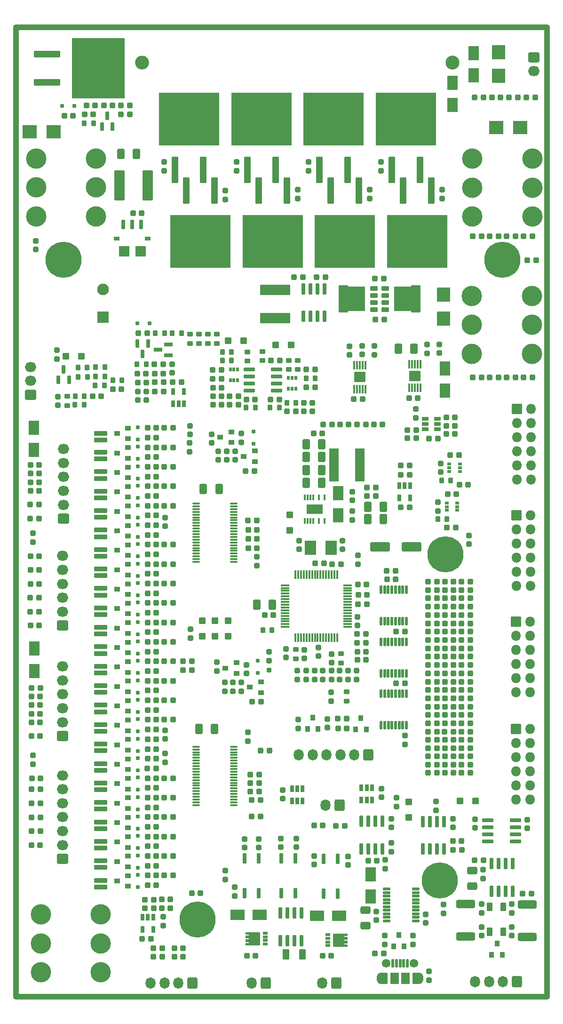
<source format=gbr>
G04 #@! TF.GenerationSoftware,KiCad,Pcbnew,(6.0.4)*
G04 #@! TF.CreationDate,2022-11-09T23:51:20-08:00*
G04 #@! TF.ProjectId,BMS_02,424d535f-3032-42e6-9b69-6361645f7063,rev?*
G04 #@! TF.SameCoordinates,Original*
G04 #@! TF.FileFunction,Soldermask,Top*
G04 #@! TF.FilePolarity,Negative*
%FSLAX46Y46*%
G04 Gerber Fmt 4.6, Leading zero omitted, Abs format (unit mm)*
G04 Created by KiCad (PCBNEW (6.0.4)) date 2022-11-09 23:51:20*
%MOMM*%
%LPD*%
G01*
G04 APERTURE LIST*
G04 Aperture macros list*
%AMRoundRect*
0 Rectangle with rounded corners*
0 $1 Rounding radius*
0 $2 $3 $4 $5 $6 $7 $8 $9 X,Y pos of 4 corners*
0 Add a 4 corners polygon primitive as box body*
4,1,4,$2,$3,$4,$5,$6,$7,$8,$9,$2,$3,0*
0 Add four circle primitives for the rounded corners*
1,1,$1+$1,$2,$3*
1,1,$1+$1,$4,$5*
1,1,$1+$1,$6,$7*
1,1,$1+$1,$8,$9*
0 Add four rect primitives between the rounded corners*
20,1,$1+$1,$2,$3,$4,$5,0*
20,1,$1+$1,$4,$5,$6,$7,0*
20,1,$1+$1,$6,$7,$8,$9,0*
20,1,$1+$1,$8,$9,$2,$3,0*%
%AMFreePoly0*
4,1,21,3.024497,2.399497,3.045000,2.350000,3.045000,-2.350000,3.024497,-2.399497,2.975000,-2.420000,1.425000,-2.420000,1.375503,-2.399497,1.355000,-2.350000,1.355000,-2.170000,-1.650000,-2.170000,-1.699497,-2.149497,-1.720000,-2.100000,-1.720000,2.100000,-1.699497,2.149497,-1.650000,2.170000,1.355000,2.170000,1.355000,2.350000,1.375503,2.399497,1.425000,2.420000,2.975000,2.420000,
3.024497,2.399497,3.024497,2.399497,$1*%
%AMFreePoly1*
4,1,43,1.580355,1.210355,1.595000,1.175000,1.595000,0.775000,1.580355,0.739645,1.545000,0.725000,0.975000,0.725000,0.975000,0.575000,1.545000,0.575000,1.580355,0.560355,1.595000,0.525000,1.595000,0.125000,1.580355,0.089645,1.545000,0.075000,0.975000,0.075000,0.975000,-0.075000,1.545000,-0.075000,1.580355,-0.089645,1.595000,-0.125000,1.595000,-0.525000,1.580355,-0.560355,
1.545000,-0.575000,0.975000,-0.575000,0.975000,-0.725000,1.545000,-0.725000,1.580355,-0.739645,1.595000,-0.775000,1.595000,-1.175000,1.580355,-1.210355,1.545000,-1.225000,0.925000,-1.225000,0.889645,-1.210355,0.875000,-1.175000,-0.925000,-1.175000,-0.960355,-1.160355,-0.975000,-1.125000,-0.975000,1.125000,-0.960355,1.160355,-0.925000,1.175000,0.875000,1.175000,0.889645,1.210355,
0.925000,1.225000,1.545000,1.225000,1.580355,1.210355,1.580355,1.210355,$1*%
G04 Aperture macros list end*
%ADD10C,1.000000*%
%ADD11RoundRect,0.050000X-1.100000X0.350000X-1.100000X-0.350000X1.100000X-0.350000X1.100000X0.350000X0*%
%ADD12RoundRect,0.050000X0.400000X-0.450000X0.400000X0.450000X-0.400000X0.450000X-0.400000X-0.450000X0*%
%ADD13RoundRect,0.050000X-0.800000X-2.950000X0.800000X-2.950000X0.800000X2.950000X-0.800000X2.950000X0*%
%ADD14RoundRect,0.050000X0.600000X0.200000X-0.600000X0.200000X-0.600000X-0.200000X0.600000X-0.200000X0*%
%ADD15RoundRect,0.268750X0.218750X0.256250X-0.218750X0.256250X-0.218750X-0.256250X0.218750X-0.256250X0*%
%ADD16RoundRect,0.268750X-0.218750X-0.256250X0.218750X-0.256250X0.218750X0.256250X-0.218750X0.256250X0*%
%ADD17RoundRect,0.268750X-0.256250X0.218750X-0.256250X-0.218750X0.256250X-0.218750X0.256250X0.218750X0*%
%ADD18RoundRect,0.300000X-0.375000X-0.625000X0.375000X-0.625000X0.375000X0.625000X-0.375000X0.625000X0*%
%ADD19RoundRect,0.300000X0.375000X0.625000X-0.375000X0.625000X-0.375000X-0.625000X0.375000X-0.625000X0*%
%ADD20RoundRect,0.268750X0.256250X-0.218750X0.256250X0.218750X-0.256250X0.218750X-0.256250X-0.218750X0*%
%ADD21RoundRect,0.300000X-0.625000X0.375000X-0.625000X-0.375000X0.625000X-0.375000X0.625000X0.375000X0*%
%ADD22RoundRect,0.275000X-0.225000X-0.250000X0.225000X-0.250000X0.225000X0.250000X-0.225000X0.250000X0*%
%ADD23RoundRect,0.050000X0.550000X-0.550000X0.550000X0.550000X-0.550000X0.550000X-0.550000X-0.550000X0*%
%ADD24RoundRect,0.050000X-0.250000X0.250000X-0.250000X-0.250000X0.250000X-0.250000X0.250000X0.250000X0*%
%ADD25RoundRect,0.050000X0.450000X0.400000X-0.450000X0.400000X-0.450000X-0.400000X0.450000X-0.400000X0*%
%ADD26RoundRect,0.300000X-1.425000X0.425000X-1.425000X-0.425000X1.425000X-0.425000X1.425000X0.425000X0*%
%ADD27RoundRect,0.300000X1.425000X-0.425000X1.425000X0.425000X-1.425000X0.425000X-1.425000X-0.425000X0*%
%ADD28RoundRect,0.050000X-0.152500X0.444500X-0.152500X-0.444500X0.152500X-0.444500X0.152500X0.444500X0*%
%ADD29RoundRect,0.050000X-1.422500X0.825500X-1.422500X-0.825500X1.422500X-0.825500X1.422500X0.825500X0*%
%ADD30RoundRect,0.050000X-0.625000X-0.125000X0.625000X-0.125000X0.625000X0.125000X-0.625000X0.125000X0*%
%ADD31RoundRect,0.200000X-0.150000X0.825000X-0.150000X-0.825000X0.150000X-0.825000X0.150000X0.825000X0*%
%ADD32RoundRect,0.050000X-0.530000X-0.325000X0.530000X-0.325000X0.530000X0.325000X-0.530000X0.325000X0*%
%ADD33RoundRect,0.050000X-1.000000X-1.200000X1.000000X-1.200000X1.000000X1.200000X-1.000000X1.200000X0*%
%ADD34RoundRect,0.050000X-0.200000X-0.675000X0.200000X-0.675000X0.200000X0.675000X-0.200000X0.675000X0*%
%ADD35C,1.550000*%
%ADD36RoundRect,0.050000X-0.750000X-0.950000X0.750000X-0.950000X0.750000X0.950000X-0.750000X0.950000X0*%
%ADD37RoundRect,0.050000X-0.600000X-0.950000X0.600000X-0.950000X0.600000X0.950000X-0.600000X0.950000X0*%
%ADD38O,1.300000X2.000000*%
%ADD39RoundRect,0.050000X-0.325000X0.530000X-0.325000X-0.530000X0.325000X-0.530000X0.325000X0.530000X0*%
%ADD40RoundRect,0.250000X0.275000X-0.200000X0.275000X0.200000X-0.275000X0.200000X-0.275000X-0.200000X0*%
%ADD41RoundRect,0.050000X-2.300000X-0.550000X2.300000X-0.550000X2.300000X0.550000X-2.300000X0.550000X0*%
%ADD42RoundRect,0.050000X-4.700000X-5.400000X4.700000X-5.400000X4.700000X5.400000X-4.700000X5.400000X0*%
%ADD43RoundRect,0.050000X0.325000X-0.530000X0.325000X0.530000X-0.325000X0.530000X-0.325000X-0.530000X0*%
%ADD44RoundRect,0.200000X-0.825000X-0.150000X0.825000X-0.150000X0.825000X0.150000X-0.825000X0.150000X0*%
%ADD45RoundRect,0.125000X0.075000X-0.650000X0.075000X0.650000X-0.075000X0.650000X-0.075000X-0.650000X0*%
%ADD46RoundRect,0.050000X0.940000X-0.840000X0.940000X0.840000X-0.940000X0.840000X-0.940000X-0.840000X0*%
%ADD47RoundRect,0.200000X-0.150000X0.750000X-0.150000X-0.750000X0.150000X-0.750000X0.150000X0.750000X0*%
%ADD48RoundRect,0.070000X0.575000X-0.350000X0.575000X0.350000X-0.575000X0.350000X-0.575000X-0.350000X0*%
%ADD49FreePoly0,180.000000*%
%ADD50RoundRect,0.070000X-0.575000X0.350000X-0.575000X-0.350000X0.575000X-0.350000X0.575000X0.350000X0*%
%ADD51FreePoly0,0.000000*%
%ADD52RoundRect,0.050000X-1.150000X1.250000X-1.150000X-1.250000X1.150000X-1.250000X1.150000X1.250000X0*%
%ADD53RoundRect,0.050000X-1.250000X-1.150000X1.250000X-1.150000X1.250000X1.150000X-1.250000X1.150000X0*%
%ADD54RoundRect,0.050000X1.250000X1.150000X-1.250000X1.150000X-1.250000X-1.150000X1.250000X-1.150000X0*%
%ADD55RoundRect,0.050000X1.150000X-1.250000X1.150000X1.250000X-1.150000X1.250000X-1.150000X-1.250000X0*%
%ADD56RoundRect,0.050000X-0.550000X-0.550000X0.550000X-0.550000X0.550000X0.550000X-0.550000X0.550000X0*%
%ADD57RoundRect,0.050000X-0.900000X1.250000X-0.900000X-1.250000X0.900000X-1.250000X0.900000X1.250000X0*%
%ADD58RoundRect,0.050000X-0.250000X-0.250000X0.250000X-0.250000X0.250000X0.250000X-0.250000X0.250000X0*%
%ADD59C,2.500000*%
%ADD60O,2.500000X2.500000*%
%ADD61C,3.670000*%
%ADD62RoundRect,0.050000X-0.450000X0.675000X-0.450000X-0.675000X0.450000X-0.675000X0.450000X0.675000X0*%
%ADD63RoundRect,0.200000X0.150000X-0.750000X0.150000X0.750000X-0.150000X0.750000X-0.150000X-0.750000X0*%
%ADD64RoundRect,0.300000X0.725000X-0.600000X0.725000X0.600000X-0.725000X0.600000X-0.725000X-0.600000X0*%
%ADD65O,2.050000X1.800000*%
%ADD66RoundRect,0.300000X0.600000X0.725000X-0.600000X0.725000X-0.600000X-0.725000X0.600000X-0.725000X0*%
%ADD67O,1.800000X2.050000*%
%ADD68RoundRect,0.300000X0.600000X0.750000X-0.600000X0.750000X-0.600000X-0.750000X0.600000X-0.750000X0*%
%ADD69O,1.800000X2.100000*%
%ADD70RoundRect,0.300000X-0.750000X0.600000X-0.750000X-0.600000X0.750000X-0.600000X0.750000X0.600000X0*%
%ADD71O,2.100000X1.800000*%
%ADD72RoundRect,0.050000X-1.250000X-0.900000X1.250000X-0.900000X1.250000X0.900000X-1.250000X0.900000X0*%
%ADD73RoundRect,0.050000X-0.850000X-0.850000X0.850000X-0.850000X0.850000X0.850000X-0.850000X0.850000X0*%
%ADD74O,1.800000X1.800000*%
%ADD75RoundRect,0.050000X0.325000X0.200000X-0.325000X0.200000X-0.325000X-0.200000X0.325000X-0.200000X0*%
%ADD76RoundRect,0.050000X-0.200000X0.325000X-0.200000X-0.325000X0.200000X-0.325000X0.200000X0.325000X0*%
%ADD77RoundRect,0.050000X0.550000X0.550000X-0.550000X0.550000X-0.550000X-0.550000X0.550000X-0.550000X0*%
%ADD78RoundRect,0.275000X0.250000X-0.225000X0.250000X0.225000X-0.250000X0.225000X-0.250000X-0.225000X0*%
%ADD79C,0.900000*%
%ADD80C,6.500000*%
%ADD81RoundRect,0.050000X-0.415000X-0.200000X0.415000X-0.200000X0.415000X0.200000X-0.415000X0.200000X0*%
%ADD82FreePoly1,0.000000*%
%ADD83RoundRect,0.050000X0.415000X0.200000X-0.415000X0.200000X-0.415000X-0.200000X0.415000X-0.200000X0*%
%ADD84FreePoly1,180.000000*%
%ADD85RoundRect,0.050000X-0.550000X2.300000X-0.550000X-2.300000X0.550000X-2.300000X0.550000X2.300000X0*%
%ADD86RoundRect,0.050000X-5.400000X4.700000X-5.400000X-4.700000X5.400000X-4.700000X5.400000X4.700000X0*%
%ADD87RoundRect,0.050000X0.550000X-2.300000X0.550000X2.300000X-0.550000X2.300000X-0.550000X-2.300000X0*%
%ADD88RoundRect,0.050000X5.400000X-4.700000X5.400000X4.700000X-5.400000X4.700000X-5.400000X-4.700000X0*%
%ADD89RoundRect,0.125000X0.075000X-0.662500X0.075000X0.662500X-0.075000X0.662500X-0.075000X-0.662500X0*%
%ADD90RoundRect,0.125000X0.662500X-0.075000X0.662500X0.075000X-0.662500X0.075000X-0.662500X-0.075000X0*%
%ADD91RoundRect,0.150000X-0.100000X0.637500X-0.100000X-0.637500X0.100000X-0.637500X0.100000X0.637500X0*%
%ADD92RoundRect,0.050000X-0.375000X-0.375000X0.375000X-0.375000X0.375000X0.375000X-0.375000X0.375000X0*%
%ADD93RoundRect,0.275000X-0.250000X0.225000X-0.250000X-0.225000X0.250000X-0.225000X0.250000X0.225000X0*%
%ADD94RoundRect,0.250000X-0.200000X-0.275000X0.200000X-0.275000X0.200000X0.275000X-0.200000X0.275000X0*%
%ADD95RoundRect,0.275000X0.225000X0.250000X-0.225000X0.250000X-0.225000X-0.250000X0.225000X-0.250000X0*%
%ADD96RoundRect,0.250000X-0.275000X0.200000X-0.275000X-0.200000X0.275000X-0.200000X0.275000X0.200000X0*%
%ADD97RoundRect,0.050000X1.000000X-1.000000X1.000000X1.000000X-1.000000X1.000000X-1.000000X-1.000000X0*%
%ADD98C,2.100000*%
%ADD99RoundRect,0.200000X0.587500X0.150000X-0.587500X0.150000X-0.587500X-0.150000X0.587500X-0.150000X0*%
%ADD100RoundRect,0.250000X0.200000X0.275000X-0.200000X0.275000X-0.200000X-0.275000X0.200000X-0.275000X0*%
%ADD101RoundRect,0.050000X0.900000X-1.250000X0.900000X1.250000X-0.900000X1.250000X-0.900000X-1.250000X0*%
%ADD102RoundRect,0.300000X-1.500000X-0.550000X1.500000X-0.550000X1.500000X0.550000X-1.500000X0.550000X0*%
%ADD103RoundRect,0.300000X-0.650000X-2.450000X0.650000X-2.450000X0.650000X2.450000X-0.650000X2.450000X0*%
%ADD104RoundRect,0.200000X-0.150000X0.587500X-0.150000X-0.587500X0.150000X-0.587500X0.150000X0.587500X0*%
%ADD105RoundRect,0.200000X0.150000X-0.825000X0.150000X0.825000X-0.150000X0.825000X-0.150000X-0.825000X0*%
%ADD106RoundRect,0.300000X2.450000X-0.650000X2.450000X0.650000X-2.450000X0.650000X-2.450000X-0.650000X0*%
%ADD107RoundRect,0.200000X0.150000X-0.587500X0.150000X0.587500X-0.150000X0.587500X-0.150000X-0.587500X0*%
%ADD108RoundRect,0.300000X0.325000X0.650000X-0.325000X0.650000X-0.325000X-0.650000X0.325000X-0.650000X0*%
%ADD109RoundRect,0.050000X-0.250000X0.800000X-0.250000X-0.800000X0.250000X-0.800000X0.250000X0.800000X0*%
%ADD110RoundRect,0.050000X-0.450000X0.300000X-0.450000X-0.300000X0.450000X-0.300000X0.450000X0.300000X0*%
%ADD111RoundRect,0.050000X-0.900000X0.850000X-0.900000X-0.850000X0.900000X-0.850000X0.900000X0.850000X0*%
G04 APERTURE END LIST*
D10*
X22850000Y-188900000D02*
X118425000Y-188900000D01*
X118425000Y-14425000D02*
X118425000Y-188900000D01*
X118425000Y-14425000D02*
X22850000Y-14425000D01*
X22850000Y-14425000D02*
X22850000Y-188900000D01*
D11*
X38025000Y-157425000D03*
X38025000Y-158625000D03*
X38025000Y-164425000D03*
X38025000Y-165625000D03*
X38025000Y-167925000D03*
X38025000Y-169125000D03*
X38025000Y-153925000D03*
X38025000Y-155125000D03*
X38025000Y-150425000D03*
X38025000Y-151625000D03*
X38025000Y-146925000D03*
X38025000Y-148125000D03*
X38025000Y-143425000D03*
X38025000Y-144625000D03*
X38025000Y-139925000D03*
X38025000Y-141125000D03*
X38025000Y-136425000D03*
X38025000Y-137625000D03*
X38025000Y-132925000D03*
X38025000Y-134125000D03*
X38025000Y-115425000D03*
X38025000Y-116625000D03*
X38025000Y-118925000D03*
X38025000Y-120125000D03*
X38025000Y-122425000D03*
X38025000Y-123625000D03*
X38025000Y-111925000D03*
X38025000Y-113125000D03*
X38025000Y-108425000D03*
X38025000Y-109625000D03*
X38025000Y-104925000D03*
X38025000Y-106125000D03*
X38025000Y-101425000D03*
X38025000Y-102625000D03*
X38025000Y-97925000D03*
X38025000Y-99125000D03*
X38025000Y-94425000D03*
X38025000Y-95625000D03*
X38025000Y-90925000D03*
X38025000Y-92125000D03*
X38025000Y-129425000D03*
X38025000Y-130625000D03*
X38025000Y-125925000D03*
X38025000Y-127125000D03*
D12*
X91725000Y-177800000D03*
X90775000Y-179800000D03*
X92675000Y-179800000D03*
D13*
X80025000Y-93200000D03*
X84725000Y-93200000D03*
D11*
X38025000Y-160925000D03*
X38025000Y-162125000D03*
D14*
X94750000Y-175232500D03*
X94750000Y-174597500D03*
X94750000Y-173962500D03*
X94750000Y-173327500D03*
X94750000Y-172692500D03*
X94750000Y-172057500D03*
X94750000Y-171422500D03*
X94750000Y-170787500D03*
X94750000Y-170152500D03*
X94750000Y-169517500D03*
X89550000Y-169517500D03*
X89550000Y-170152500D03*
X89550000Y-170787500D03*
X89550000Y-171422500D03*
X89550000Y-172057500D03*
X89550000Y-172692500D03*
X89550000Y-173327500D03*
X89550000Y-173962500D03*
X89550000Y-174597500D03*
X89550000Y-175232500D03*
D15*
X69137500Y-120250000D03*
X67562500Y-120250000D03*
X85787500Y-125225000D03*
X84212500Y-125225000D03*
D16*
X84362500Y-118275000D03*
X85937500Y-118275000D03*
D17*
X73775000Y-106812500D03*
X73775000Y-108387500D03*
D18*
X41675000Y-37225000D03*
X44475000Y-37225000D03*
D19*
X77875000Y-91800000D03*
X75075000Y-91800000D03*
X77875000Y-96400000D03*
X75075000Y-96400000D03*
X77875000Y-89500000D03*
X75075000Y-89500000D03*
D16*
X65012500Y-151975000D03*
X66587500Y-151975000D03*
D19*
X88975000Y-102975000D03*
X86175000Y-102975000D03*
X88975000Y-100700000D03*
X86175000Y-100700000D03*
D16*
X65012500Y-150450000D03*
X66587500Y-150450000D03*
X65012500Y-148900000D03*
X66587500Y-148900000D03*
X49487500Y-156550000D03*
X51062500Y-156550000D03*
X49487500Y-160050000D03*
X51062500Y-160050000D03*
X49487500Y-163550000D03*
X51062500Y-163550000D03*
X49487500Y-167050000D03*
X51062500Y-167050000D03*
X49487500Y-153050000D03*
X51062500Y-153050000D03*
X49487500Y-149550000D03*
X51062500Y-149550000D03*
D20*
X49650000Y-146712500D03*
X49650000Y-145137500D03*
X49625000Y-142512500D03*
X49625000Y-140937500D03*
D16*
X49487500Y-139050000D03*
X51062500Y-139050000D03*
X49487500Y-135550000D03*
X51062500Y-135550000D03*
X49487500Y-132050000D03*
X51062500Y-132050000D03*
X49487500Y-128550000D03*
X51062500Y-128550000D03*
D17*
X44731250Y-79962500D03*
X44731250Y-81537500D03*
D16*
X49487500Y-114550000D03*
X51062500Y-114550000D03*
X49487500Y-118050000D03*
X51062500Y-118050000D03*
X49487500Y-121550000D03*
X51062500Y-121550000D03*
X49487500Y-125050000D03*
X51062500Y-125050000D03*
X49487500Y-111050000D03*
X51062500Y-111050000D03*
X49487500Y-107550000D03*
X51062500Y-107550000D03*
D20*
X49620000Y-104247500D03*
X49620000Y-102672500D03*
D16*
X49487500Y-100550000D03*
X51062500Y-100550000D03*
X49487500Y-97050000D03*
X51062500Y-97050000D03*
X49487500Y-93550000D03*
X51062500Y-93550000D03*
X49487500Y-90050000D03*
X51062500Y-90050000D03*
X49487500Y-86550000D03*
X51062500Y-86550000D03*
D17*
X96550000Y-174037500D03*
X96550000Y-175612500D03*
D15*
X89025000Y-181100000D03*
X87450000Y-181100000D03*
D17*
X106858000Y-166018500D03*
X106858000Y-167593500D03*
D21*
X104958000Y-166206000D03*
X104958000Y-169006000D03*
D20*
X112058000Y-173793500D03*
X112058000Y-172218500D03*
X106658000Y-173793500D03*
X106658000Y-172218500D03*
D17*
X112058000Y-176318500D03*
X112058000Y-177893500D03*
X106658000Y-176318500D03*
X106658000Y-177893500D03*
D15*
X115595500Y-170356000D03*
X114020500Y-170356000D03*
X98562500Y-147100000D03*
X96987500Y-147100000D03*
X98562500Y-145625000D03*
X96987500Y-145625000D03*
X98562500Y-144150000D03*
X96987500Y-144150000D03*
X98562500Y-142675000D03*
X96987500Y-142675000D03*
X98562500Y-139700000D03*
X96987500Y-139700000D03*
X98562500Y-138200000D03*
X96987500Y-138200000D03*
X98562500Y-136700000D03*
X96987500Y-136700000D03*
X98562500Y-135200000D03*
X96987500Y-135200000D03*
X98562500Y-133700000D03*
X96987500Y-133700000D03*
X98562500Y-132200000D03*
X96987500Y-132200000D03*
X98562500Y-130700000D03*
X96987500Y-130700000D03*
X98562500Y-129200000D03*
X96987500Y-129200000D03*
X98562500Y-127700000D03*
X96987500Y-127700000D03*
X98562500Y-126200000D03*
X96987500Y-126200000D03*
X98562500Y-124700000D03*
X96987500Y-124700000D03*
X98562500Y-123200000D03*
X96987500Y-123200000D03*
X98562500Y-121700000D03*
X96987500Y-121700000D03*
X98562500Y-120200000D03*
X96987500Y-120200000D03*
X98562500Y-118700000D03*
X96987500Y-118700000D03*
X98562500Y-117200000D03*
X96987500Y-117200000D03*
X98562500Y-115700000D03*
X96987500Y-115700000D03*
X98562500Y-114200000D03*
X96987500Y-114200000D03*
D20*
X97175000Y-185887500D03*
X97175000Y-184312500D03*
X94775000Y-84737500D03*
X94775000Y-83162500D03*
D15*
X49152500Y-181676000D03*
X47577500Y-181676000D03*
D16*
X45513500Y-178446000D03*
X47088500Y-178446000D03*
D15*
X47588500Y-171400000D03*
X46013500Y-171400000D03*
D16*
X100262500Y-84650000D03*
X101837500Y-84650000D03*
D22*
X93575000Y-81150000D03*
X95125000Y-81150000D03*
D20*
X84400000Y-111062500D03*
X84400000Y-109487500D03*
D23*
X56325000Y-124050000D03*
X56325000Y-121250000D03*
X58650000Y-124050000D03*
X58650000Y-121250000D03*
D17*
X63400000Y-132312500D03*
X63400000Y-133887500D03*
D24*
X44725000Y-156450000D03*
X44725000Y-158650000D03*
X44725000Y-159950000D03*
X44725000Y-162150000D03*
X44729999Y-163450000D03*
X44729999Y-165650000D03*
X44725000Y-166950000D03*
X44725000Y-169150000D03*
X44725000Y-152950000D03*
X44725000Y-155150000D03*
X44725000Y-149450000D03*
X44725000Y-151650000D03*
X44725000Y-145950000D03*
X44725000Y-148150000D03*
X44725000Y-142450000D03*
X44725000Y-144650000D03*
X44725000Y-138950000D03*
X44725000Y-141150000D03*
X44725000Y-135450000D03*
X44725000Y-137650000D03*
X44725000Y-131950000D03*
X44725000Y-134150000D03*
X44725000Y-128450000D03*
X44725000Y-130650000D03*
D17*
X62300000Y-90712500D03*
X62300000Y-92287500D03*
D24*
X44725000Y-114450000D03*
X44725000Y-116650000D03*
X44725000Y-117950000D03*
X44725000Y-120150000D03*
X44725000Y-121450000D03*
X44725000Y-123650000D03*
X44725000Y-124950000D03*
X44725000Y-127150000D03*
X44725000Y-110950000D03*
X44725000Y-113150000D03*
X44725000Y-107450000D03*
X44725000Y-109650000D03*
X44725000Y-103950000D03*
X44725000Y-106150000D03*
X44725000Y-100450000D03*
X44725000Y-102650000D03*
X44725000Y-96950000D03*
X44725000Y-99150000D03*
X44725000Y-93450000D03*
X44725000Y-95650000D03*
X44710222Y-89935222D03*
X44710222Y-92135222D03*
X44710222Y-86435222D03*
X44710222Y-88635222D03*
D15*
X91137500Y-112268000D03*
X89562500Y-112268000D03*
D16*
X84237500Y-123600000D03*
X85812500Y-123600000D03*
D15*
X77962500Y-87500000D03*
X76387500Y-87500000D03*
D20*
X54100000Y-87737500D03*
X54100000Y-86162500D03*
D15*
X93662500Y-93300000D03*
X92087500Y-93300000D03*
X49152500Y-180176000D03*
X47577500Y-180176000D03*
D25*
X62525000Y-130700000D03*
X62525000Y-128800000D03*
X60525000Y-129750000D03*
X42975000Y-158500000D03*
X42975000Y-156600000D03*
X40975000Y-157550000D03*
X42975000Y-162000000D03*
X42975000Y-160100000D03*
X40975000Y-161050000D03*
X42975000Y-165500000D03*
X42975000Y-163600000D03*
X40975000Y-164550000D03*
X42975000Y-169000000D03*
X42975000Y-167100000D03*
X40975000Y-168050000D03*
X42975000Y-155000000D03*
X42975000Y-153100000D03*
X40975000Y-154050000D03*
X42975000Y-151500000D03*
X42975000Y-149600000D03*
X40975000Y-150550000D03*
X42975000Y-148000000D03*
X42975000Y-146100000D03*
X40975000Y-147050000D03*
X42975000Y-144500000D03*
X42975000Y-142600000D03*
X40975000Y-143550000D03*
X42975000Y-141000000D03*
X42975000Y-139100000D03*
X40975000Y-140050000D03*
X42975000Y-137500000D03*
X42975000Y-135600000D03*
X40975000Y-136550000D03*
X42975000Y-134000000D03*
X42975000Y-132100000D03*
X40975000Y-133050000D03*
X42975000Y-130500000D03*
X42975000Y-128600000D03*
X40975000Y-129550000D03*
X65825000Y-92600000D03*
X65825000Y-90700000D03*
X63825000Y-91650000D03*
X61575000Y-89150000D03*
X61575000Y-87250000D03*
X59575000Y-88200000D03*
X42975000Y-116500000D03*
X42975000Y-114600000D03*
X40975000Y-115550000D03*
X42975000Y-120000000D03*
X42975000Y-118100000D03*
X40975000Y-119050000D03*
X42975000Y-123500000D03*
X42975000Y-121600000D03*
X40975000Y-122550000D03*
X42975000Y-127000000D03*
X42975000Y-125100000D03*
X40975000Y-126050000D03*
X42975000Y-113000000D03*
X42975000Y-111100000D03*
X40975000Y-112050000D03*
X42975000Y-109500000D03*
X42975000Y-107600000D03*
X40975000Y-108550000D03*
X42975000Y-106000000D03*
X42975000Y-104100000D03*
X40975000Y-105050000D03*
X42975000Y-102500000D03*
X42975000Y-100600000D03*
X40975000Y-101550000D03*
X42975000Y-99000000D03*
X42975000Y-97100000D03*
X40975000Y-98050000D03*
X42975000Y-95500000D03*
X42975000Y-93600000D03*
X40975000Y-94550000D03*
X42975000Y-92000000D03*
X42975000Y-90100000D03*
X40975000Y-91050000D03*
X42975000Y-88500000D03*
X42975000Y-86600000D03*
X40975000Y-87550000D03*
D16*
X76662500Y-110900000D03*
X78237500Y-110900000D03*
D17*
X83375000Y-101512500D03*
X83375000Y-103087500D03*
D16*
X52862500Y-130100000D03*
X54437500Y-130100000D03*
D15*
X66912500Y-135775000D03*
X65337500Y-135775000D03*
D17*
X64325000Y-129162500D03*
X64325000Y-130737500D03*
X61875000Y-132312500D03*
X61875000Y-133887500D03*
D16*
X65252500Y-156450000D03*
X66827500Y-156450000D03*
D17*
X59000000Y-128712500D03*
X59000000Y-130287500D03*
X60375000Y-132312500D03*
X60375000Y-133887500D03*
D15*
X48062500Y-156550000D03*
X46487500Y-156550000D03*
X48062500Y-158300000D03*
X46487500Y-158300000D03*
X48062500Y-160050000D03*
X46487500Y-160050000D03*
X48062500Y-161800000D03*
X46487500Y-161800000D03*
X48062500Y-163550000D03*
X46487500Y-163550000D03*
X48062500Y-165300000D03*
X46487500Y-165300000D03*
X48062500Y-167050000D03*
X46487500Y-167050000D03*
X48062500Y-168800000D03*
X46487500Y-168800000D03*
X48062500Y-153050000D03*
X46487500Y-153050000D03*
X48062500Y-154800000D03*
X46487500Y-154800000D03*
X48062500Y-149550000D03*
X46487500Y-149550000D03*
X48062500Y-151300000D03*
X46487500Y-151300000D03*
X48062500Y-146050000D03*
X46487500Y-146050000D03*
X48047499Y-147800000D03*
X46472499Y-147800000D03*
X48062500Y-142550000D03*
X46487500Y-142550000D03*
X48062500Y-144300000D03*
X46487500Y-144300000D03*
X48062500Y-139050000D03*
X46487500Y-139050000D03*
X48062500Y-140800000D03*
X46487500Y-140800000D03*
X48062500Y-135550000D03*
X46487500Y-135550000D03*
X48062500Y-137300000D03*
X46487500Y-137300000D03*
X48062500Y-132050000D03*
X46487500Y-132050000D03*
X48062500Y-133800000D03*
X46487500Y-133800000D03*
D17*
X63931000Y-160493500D03*
X63931000Y-162068500D03*
D15*
X48062500Y-128550000D03*
X46487500Y-128550000D03*
X48062500Y-130300000D03*
X46487500Y-130300000D03*
D20*
X54075000Y-90812500D03*
X54075000Y-89237500D03*
D17*
X63400000Y-87537500D03*
X63400000Y-89112500D03*
X58050000Y-87662500D03*
X58050000Y-89237500D03*
X59200000Y-90712500D03*
X59200000Y-92287500D03*
D15*
X48062500Y-114550000D03*
X46487500Y-114550000D03*
X48062500Y-116300000D03*
X46487500Y-116300000D03*
X48062500Y-118050000D03*
X46487500Y-118050000D03*
X48062500Y-119800000D03*
X46487500Y-119800000D03*
X48062500Y-121550000D03*
X46487500Y-121550000D03*
X48062500Y-123300000D03*
X46487500Y-123300000D03*
X48062500Y-125050000D03*
X46487500Y-125050000D03*
X48062500Y-126800000D03*
X46487500Y-126800000D03*
X48062500Y-111050000D03*
X46487500Y-111050000D03*
X48062500Y-112800000D03*
X46487500Y-112800000D03*
X48062500Y-107550000D03*
X46487500Y-107550000D03*
X48062500Y-109300000D03*
X46487500Y-109300000D03*
X48062500Y-104050000D03*
X46487500Y-104050000D03*
X48062500Y-105800000D03*
X46487500Y-105800000D03*
X48062500Y-100550000D03*
X46487500Y-100550000D03*
X48062500Y-102300000D03*
X46487500Y-102300000D03*
X48062500Y-97050000D03*
X46487500Y-97050000D03*
X48062500Y-98800000D03*
X46487500Y-98800000D03*
X48062500Y-93550000D03*
X46487500Y-93550000D03*
X48062500Y-95300000D03*
X46487500Y-95300000D03*
X48062500Y-90050000D03*
X46487500Y-90050000D03*
X48062500Y-91800000D03*
X46487500Y-91800000D03*
X48062500Y-86550000D03*
X46487500Y-86550000D03*
X48062500Y-88300000D03*
X46487500Y-88300000D03*
D20*
X94275000Y-179450000D03*
X94275000Y-177875000D03*
X89200000Y-179462500D03*
X89200000Y-177887500D03*
D16*
X86187500Y-164400000D03*
X87762500Y-164400000D03*
D17*
X89300000Y-164262500D03*
X89300000Y-165837500D03*
D15*
X106945500Y-164306000D03*
X105370500Y-164306000D03*
D20*
X76450000Y-165112500D03*
X76450000Y-163537500D03*
D15*
X103012500Y-160850000D03*
X101437500Y-160850000D03*
D26*
X114858000Y-172306000D03*
X114858000Y-178106000D03*
D27*
X103758000Y-178006000D03*
X103758000Y-172206000D03*
D15*
X101562500Y-148600000D03*
X99987500Y-148600000D03*
X104562500Y-148600000D03*
X102987500Y-148600000D03*
X101562500Y-147100000D03*
X99987500Y-147100000D03*
X104562500Y-147100000D03*
X102987500Y-147100000D03*
X101562500Y-145625000D03*
X99987500Y-145625000D03*
X104562500Y-145625000D03*
X102987500Y-145625000D03*
X101562500Y-144150000D03*
X99987500Y-144150000D03*
X104562500Y-144150000D03*
X102987500Y-144150000D03*
X101562500Y-142675000D03*
X99987500Y-142675000D03*
X104562500Y-142675000D03*
X102987500Y-142675000D03*
X101537500Y-141200000D03*
X99962500Y-141200000D03*
X104562500Y-141200000D03*
X102987500Y-141200000D03*
X101562500Y-139700000D03*
X99987500Y-139700000D03*
X104562500Y-139700000D03*
X102987500Y-139700000D03*
X101562500Y-138200000D03*
X99987500Y-138200000D03*
X104562500Y-138200000D03*
X102987500Y-138200000D03*
X101562500Y-136700000D03*
X99987500Y-136700000D03*
X104562500Y-136700000D03*
X102987500Y-136700000D03*
X101562500Y-135200000D03*
X99987500Y-135200000D03*
X104562500Y-135200000D03*
X102987500Y-135200000D03*
X101562500Y-133700000D03*
X99987500Y-133700000D03*
X104562500Y-133700000D03*
X102987500Y-133700000D03*
X101562500Y-132200000D03*
X99987500Y-132200000D03*
X104562500Y-132200000D03*
X102987500Y-132200000D03*
X101562500Y-130700000D03*
X99987500Y-130700000D03*
X104562500Y-130700000D03*
X102987500Y-130700000D03*
X101562500Y-129200000D03*
X99987500Y-129200000D03*
X104562500Y-129200000D03*
X102987500Y-129200000D03*
X101562500Y-127700000D03*
X99987500Y-127700000D03*
X104562500Y-127700000D03*
X102987500Y-127700000D03*
X101562500Y-126200000D03*
X99987500Y-126200000D03*
X104562500Y-126200000D03*
X102987500Y-126200000D03*
X101562500Y-124700000D03*
X99987500Y-124700000D03*
X104562500Y-124700000D03*
X102987500Y-124700000D03*
X101562500Y-123200000D03*
X99987500Y-123200000D03*
X104562500Y-123200000D03*
X102987500Y-123200000D03*
X101562500Y-121700000D03*
X99987500Y-121700000D03*
X104562500Y-121700000D03*
X102987500Y-121700000D03*
X101562500Y-120200000D03*
X99987500Y-120200000D03*
X104562500Y-120200000D03*
X102987500Y-120200000D03*
X101562500Y-118700000D03*
X99987500Y-118700000D03*
X104562500Y-118700000D03*
X102987500Y-118700000D03*
X101562500Y-117200000D03*
X99987500Y-117200000D03*
X104562500Y-117200000D03*
X102987500Y-117200000D03*
X101562500Y-115700000D03*
X99987500Y-115700000D03*
X104562500Y-115700000D03*
X102987500Y-115700000D03*
X101562500Y-114200000D03*
X99987500Y-114200000D03*
D16*
X41712500Y-30150000D03*
X43287500Y-30150000D03*
D15*
X50612500Y-172925000D03*
X49037500Y-172925000D03*
X47587500Y-172925000D03*
X46012500Y-172925000D03*
X52902500Y-181676000D03*
X51327500Y-181676000D03*
D16*
X51327500Y-180176000D03*
X52902500Y-180176000D03*
D15*
X94862500Y-86925000D03*
X93287500Y-86925000D03*
X98762500Y-88450000D03*
X97187500Y-88450000D03*
X101837500Y-87650000D03*
X100262500Y-87650000D03*
D16*
X100262500Y-86150000D03*
X101837500Y-86150000D03*
D17*
X25885000Y-145437500D03*
X25885000Y-147012500D03*
D28*
X78325000Y-99043000D03*
X77325000Y-99043000D03*
X76325000Y-99043000D03*
X75825000Y-99043000D03*
X75325000Y-99043000D03*
X74825000Y-99043000D03*
X74825000Y-103257000D03*
X75325000Y-103257000D03*
X75825000Y-103257000D03*
X76325000Y-103257000D03*
X77325000Y-103257000D03*
X78325000Y-103257000D03*
D29*
X76575000Y-101150000D03*
D30*
X55275000Y-100150000D03*
X55275000Y-100650000D03*
X55275000Y-101150000D03*
X55275000Y-101650000D03*
X55275000Y-102150000D03*
X55275000Y-102650000D03*
X55275000Y-103150000D03*
X55275000Y-103650000D03*
X55275000Y-104150000D03*
X55275000Y-104650000D03*
X55275000Y-105150000D03*
X55275000Y-105650000D03*
X55275000Y-106150000D03*
X55275000Y-106650000D03*
X55275000Y-107150000D03*
X55275000Y-107650000D03*
X55275000Y-108150000D03*
X55275000Y-108650000D03*
X55275000Y-109150000D03*
X55275000Y-109650000D03*
X55275000Y-110150000D03*
X55275000Y-110650000D03*
X62025000Y-110650000D03*
X62025000Y-110150000D03*
X62025000Y-109650000D03*
X62025000Y-109150000D03*
X62025000Y-108650000D03*
X62025000Y-108150000D03*
X62025000Y-107650000D03*
X62025000Y-107150000D03*
X62025000Y-106650000D03*
X62025000Y-106150000D03*
X62025000Y-105650000D03*
X62025000Y-105150000D03*
X62025000Y-104650000D03*
X62025000Y-104150000D03*
X62025000Y-103650000D03*
X62025000Y-103150000D03*
X62025000Y-102650000D03*
X62025000Y-102150000D03*
X62025000Y-101650000D03*
X62025000Y-101150000D03*
X62025000Y-100650000D03*
X62025000Y-100150000D03*
D31*
X112263000Y-164931000D03*
X110993000Y-164931000D03*
X109723000Y-164931000D03*
X108453000Y-164931000D03*
X108453000Y-169881000D03*
X109723000Y-169881000D03*
X110993000Y-169881000D03*
X112263000Y-169881000D03*
D32*
X96450000Y-84900000D03*
X96450000Y-85850000D03*
X96450000Y-86800000D03*
X98650000Y-86800000D03*
X98650000Y-85850000D03*
X98650000Y-84900000D03*
D33*
X75825000Y-108100000D03*
X79525000Y-108100000D03*
D15*
X40187500Y-28550000D03*
X38612500Y-28550000D03*
D34*
X90650000Y-182900000D03*
X91300000Y-182900000D03*
X91950000Y-182900000D03*
X92600000Y-182900000D03*
X93250000Y-182900000D03*
D35*
X94450000Y-182900000D03*
D36*
X90950000Y-185600000D03*
X92950000Y-185600000D03*
D37*
X94850000Y-185600000D03*
D38*
X95450000Y-185600000D03*
X88450000Y-185600000D03*
D37*
X89050000Y-185600000D03*
D35*
X89450000Y-182900000D03*
D39*
X47501000Y-174596000D03*
X46551000Y-174596000D03*
X45601000Y-174596000D03*
X45601000Y-176796000D03*
X47501000Y-176796000D03*
D15*
X43287500Y-28550000D03*
X41712500Y-28550000D03*
D16*
X102612500Y-96750000D03*
X104187500Y-96750000D03*
D20*
X99300000Y-94487500D03*
X99300000Y-92912500D03*
D15*
X37062500Y-28550000D03*
X35487500Y-28550000D03*
D40*
X73549520Y-76025480D03*
X73549520Y-74375480D03*
D16*
X58212020Y-76100480D03*
X59787020Y-76100480D03*
X61262020Y-82350480D03*
X62837020Y-82350480D03*
D15*
X76637020Y-76050480D03*
X75062020Y-76050480D03*
D16*
X87507500Y-67040000D03*
X89082500Y-67040000D03*
D15*
X88982500Y-59640000D03*
X87407500Y-59640000D03*
D16*
X74612020Y-82050480D03*
X76187020Y-82050480D03*
D15*
X76187020Y-83550480D03*
X74612020Y-83550480D03*
D16*
X58262020Y-82350480D03*
X59837020Y-82350480D03*
D17*
X88500000Y-38712500D03*
X88500000Y-40287500D03*
D20*
X99500000Y-45287500D03*
X99500000Y-43712500D03*
D16*
X58262020Y-79300480D03*
X59837020Y-79300480D03*
D17*
X49500000Y-38712500D03*
X49500000Y-40287500D03*
X62500000Y-38712500D03*
X62500000Y-40287500D03*
D20*
X60500000Y-45437500D03*
X60500000Y-43862500D03*
D15*
X85912500Y-114675000D03*
X84337500Y-114675000D03*
D17*
X46300000Y-79962500D03*
X46300000Y-81537500D03*
D15*
X49368750Y-80000000D03*
X47793750Y-80000000D03*
D16*
X44731250Y-78350000D03*
X46306250Y-78350000D03*
X47743750Y-75050000D03*
X49318750Y-75050000D03*
D15*
X46218750Y-76750000D03*
X44643750Y-76750000D03*
X49337500Y-76750000D03*
X47762500Y-76750000D03*
D20*
X82550000Y-165212500D03*
X82550000Y-163637500D03*
X79600000Y-128787500D03*
X79600000Y-127212500D03*
X86500000Y-45287500D03*
X86500000Y-43712500D03*
X70475000Y-161987500D03*
X70475000Y-160412500D03*
X73275000Y-161987500D03*
X73275000Y-160412500D03*
D41*
X28438000Y-19295000D03*
D42*
X37588000Y-21835000D03*
D41*
X28438000Y-24375000D03*
D43*
X51131250Y-82200000D03*
X52081250Y-82200000D03*
X53031250Y-82200000D03*
X53031250Y-80000000D03*
X51131250Y-80000000D03*
D44*
X64774520Y-76045480D03*
X64774520Y-77315480D03*
X64774520Y-78585480D03*
X64774520Y-79855480D03*
X69724520Y-79855480D03*
X69724520Y-78585480D03*
X69724520Y-77315480D03*
X69724520Y-76045480D03*
D45*
X93600000Y-79350000D03*
X94100000Y-79350000D03*
X94600000Y-79350000D03*
X95100000Y-79350000D03*
X95600000Y-79350000D03*
X95600000Y-75050000D03*
X95100000Y-75050000D03*
X94600000Y-75050000D03*
X94100000Y-75050000D03*
X93600000Y-75050000D03*
D46*
X94600000Y-77200000D03*
D47*
X80745000Y-164050000D03*
X78205000Y-164050000D03*
X78205000Y-170350000D03*
X80745000Y-170350000D03*
X73145000Y-163950000D03*
X70605000Y-163950000D03*
X70605000Y-170250000D03*
X73145000Y-170250000D03*
D48*
X87220000Y-65260000D03*
X87220000Y-63990000D03*
X87220000Y-62710000D03*
X87220000Y-61440000D03*
D49*
X83950000Y-63350000D03*
D50*
X89280000Y-61440000D03*
X89280000Y-62710000D03*
X89280000Y-63990000D03*
X89280000Y-65260000D03*
D51*
X92550000Y-63350000D03*
D24*
X65575000Y-87175000D03*
X65575000Y-89375000D03*
X66350000Y-128450000D03*
X66350000Y-130650000D03*
D52*
X99775000Y-62575000D03*
X99775000Y-66875000D03*
D53*
X109279000Y-32503000D03*
X113579000Y-32503000D03*
D54*
X29600000Y-33250000D03*
X25300000Y-33250000D03*
D55*
X109651000Y-23223000D03*
X109651000Y-18923000D03*
D56*
X69524520Y-71615480D03*
X72324520Y-71615480D03*
D57*
X80775000Y-98300000D03*
X80775000Y-102300000D03*
X26100000Y-126250000D03*
X26100000Y-130250000D03*
X26000000Y-86500000D03*
X26000000Y-90500000D03*
D19*
X77875000Y-94100000D03*
X75075000Y-94100000D03*
D22*
X83625000Y-81350000D03*
X85175000Y-81350000D03*
D21*
X85750000Y-173300000D03*
X85750000Y-176100000D03*
D15*
X93662500Y-100800000D03*
X92087500Y-100800000D03*
D17*
X114825000Y-157013000D03*
X114825000Y-158588000D03*
X105425000Y-156925500D03*
X105425000Y-158500500D03*
D15*
X102537500Y-91450000D03*
X100962500Y-91450000D03*
X73187020Y-83550480D03*
X71612020Y-83550480D03*
D16*
X75062020Y-79200480D03*
X76637020Y-79200480D03*
X61262020Y-80850480D03*
X62837020Y-80850480D03*
X51043750Y-78300000D03*
X52618750Y-78300000D03*
D15*
X70287020Y-74400480D03*
X68712020Y-74400480D03*
D58*
X44631250Y-67750000D03*
X46831250Y-67750000D03*
D59*
X101346000Y-20828000D03*
D60*
X45466000Y-20828000D03*
D17*
X90350000Y-156862500D03*
X90350000Y-158437500D03*
D20*
X90350000Y-162787500D03*
X90350000Y-161212500D03*
D17*
X101450000Y-156837500D03*
X101450000Y-158412500D03*
D16*
X101462500Y-162500000D03*
X103037500Y-162500000D03*
D31*
X99830000Y-157375000D03*
X98560000Y-157375000D03*
X97290000Y-157375000D03*
X96020000Y-157375000D03*
X96020000Y-162325000D03*
X97290000Y-162325000D03*
X98560000Y-162325000D03*
X99830000Y-162325000D03*
D20*
X98425000Y-155312500D03*
X98425000Y-153737500D03*
X91300000Y-154637500D03*
X91300000Y-153062500D03*
D15*
X45437500Y-47900000D03*
X43862500Y-47900000D03*
D16*
X44843750Y-69500000D03*
X46418750Y-69500000D03*
D20*
X96800000Y-73137500D03*
X96800000Y-71562500D03*
X99000000Y-73087500D03*
X99000000Y-71512500D03*
X85100000Y-73337500D03*
X85100000Y-71762500D03*
X87300000Y-73387500D03*
X87300000Y-71812500D03*
D15*
X59787020Y-77700480D03*
X58212020Y-77700480D03*
X36737500Y-30150000D03*
X35162500Y-30150000D03*
D44*
X107750000Y-157108000D03*
X107750000Y-158378000D03*
X107750000Y-159648000D03*
X107750000Y-160918000D03*
X112700000Y-160918000D03*
X112700000Y-159648000D03*
X112700000Y-158378000D03*
X112700000Y-157108000D03*
D15*
X104562500Y-114200000D03*
X102987500Y-114200000D03*
X98562500Y-148600000D03*
X96987500Y-148600000D03*
X93662500Y-95000000D03*
X92087500Y-95000000D03*
D39*
X93725000Y-96900000D03*
X92775000Y-96900000D03*
X91825000Y-96900000D03*
X91825000Y-99100000D03*
X93725000Y-99100000D03*
D17*
X83375000Y-98012500D03*
X83375000Y-99587500D03*
D15*
X87562500Y-98800000D03*
X85987500Y-98800000D03*
X87562500Y-97300000D03*
X85987500Y-97300000D03*
X102087500Y-98450000D03*
X100512500Y-98450000D03*
D20*
X98800000Y-101487500D03*
X98800000Y-99912500D03*
D15*
X101937500Y-104450000D03*
X100362500Y-104450000D03*
D17*
X87675000Y-173512500D03*
X87675000Y-175087500D03*
D61*
X38075000Y-184500000D03*
X38075000Y-174080000D03*
X27275000Y-174080000D03*
X27275000Y-184500000D03*
X27275000Y-179290000D03*
X38075000Y-179290000D03*
X115675000Y-68015000D03*
X104875000Y-62805000D03*
X115675000Y-73225000D03*
X115675000Y-62805000D03*
X104875000Y-68015000D03*
X104875000Y-73225000D03*
X26414000Y-38060000D03*
X26414000Y-48480000D03*
X37214000Y-38060000D03*
X26414000Y-43270000D03*
X37214000Y-43270000D03*
X37214000Y-48480000D03*
D62*
X110558000Y-172681000D03*
X110558000Y-177231000D03*
X108058000Y-172681000D03*
X108058000Y-177231000D03*
D20*
X71374000Y-127862500D03*
X71374000Y-126287500D03*
X74676000Y-128041500D03*
X74676000Y-126466500D03*
D16*
X49043500Y-171381000D03*
X50618500Y-171381000D03*
D20*
X25845000Y-107052500D03*
X25845000Y-105477500D03*
D16*
X114203500Y-52063000D03*
X115778500Y-52063000D03*
X111149500Y-52061000D03*
X112724500Y-52061000D03*
X105053500Y-52061000D03*
X106628500Y-52061000D03*
D17*
X66471000Y-160493500D03*
X66471000Y-162068500D03*
D16*
X114197500Y-77461000D03*
X115772500Y-77461000D03*
X111149500Y-77461000D03*
X112724500Y-77461000D03*
X108101500Y-77461000D03*
X109676500Y-77461000D03*
X105053500Y-77461000D03*
X106628500Y-77461000D03*
D17*
X84150000Y-130237500D03*
X84150000Y-131812500D03*
D63*
X63931000Y-170273000D03*
X66471000Y-170273000D03*
X66471000Y-163973000D03*
X63931000Y-163973000D03*
D17*
X79592000Y-130234500D03*
X79592000Y-131809500D03*
D16*
X111568500Y-27111000D03*
X113143500Y-27111000D03*
X105368500Y-27111000D03*
X106943500Y-27111000D03*
X108468500Y-27111000D03*
X110043500Y-27111000D03*
X114680000Y-27111000D03*
X116255000Y-27111000D03*
D58*
X31100000Y-28600000D03*
X33300000Y-28600000D03*
D15*
X33087500Y-30350000D03*
X31512500Y-30350000D03*
D16*
X108101500Y-52061000D03*
X109676500Y-52061000D03*
D15*
X59837020Y-80850480D03*
X58262020Y-80850480D03*
D64*
X31165000Y-164075000D03*
D65*
X31165000Y-161575000D03*
X31165000Y-159075000D03*
X31165000Y-156575000D03*
X31165000Y-154075000D03*
X31165000Y-151575000D03*
X31165000Y-149075000D03*
D64*
X31165000Y-141977000D03*
D65*
X31165000Y-139477000D03*
X31165000Y-136977000D03*
X31165000Y-134477000D03*
X31165000Y-131977000D03*
X31165000Y-129477000D03*
D64*
X31165000Y-122085000D03*
D65*
X31165000Y-119585000D03*
X31165000Y-117085000D03*
X31165000Y-114585000D03*
X31165000Y-112085000D03*
X31165000Y-109585000D03*
D66*
X54533000Y-186427000D03*
D67*
X52033000Y-186427000D03*
X49533000Y-186427000D03*
X47033000Y-186427000D03*
D68*
X80441000Y-186427000D03*
D69*
X77941000Y-186427000D03*
D70*
X116001000Y-19843000D03*
D71*
X116001000Y-22343000D03*
D72*
X76975000Y-174334000D03*
X80975000Y-174334000D03*
X62650000Y-174150000D03*
X66650000Y-174150000D03*
D17*
X62153000Y-169162500D03*
X62153000Y-170737500D03*
D68*
X67741000Y-186427000D03*
D69*
X65241000Y-186427000D03*
D73*
X112800000Y-140675000D03*
D74*
X115340000Y-140675000D03*
X112800000Y-143215000D03*
X115340000Y-143215000D03*
X112800000Y-145755000D03*
X115340000Y-145755000D03*
X112800000Y-148295000D03*
X115340000Y-148295000D03*
X112800000Y-150835000D03*
X115340000Y-150835000D03*
X112800000Y-153375000D03*
X115340000Y-153375000D03*
D73*
X112800000Y-121425000D03*
D74*
X115340000Y-121425000D03*
X112800000Y-123965000D03*
X115340000Y-123965000D03*
X112800000Y-126505000D03*
X115340000Y-126505000D03*
X112800000Y-129045000D03*
X115340000Y-129045000D03*
X112800000Y-131585000D03*
X115340000Y-131585000D03*
X112800000Y-134125000D03*
X115340000Y-134125000D03*
D73*
X112875000Y-102300000D03*
D74*
X115415000Y-102300000D03*
X112875000Y-104840000D03*
X115415000Y-104840000D03*
X112875000Y-107380000D03*
X115415000Y-107380000D03*
X112875000Y-109920000D03*
X115415000Y-109920000D03*
X112875000Y-112460000D03*
X115415000Y-112460000D03*
X112875000Y-115000000D03*
X115415000Y-115000000D03*
D73*
X112960000Y-83095000D03*
D74*
X115500000Y-83095000D03*
X112960000Y-85635000D03*
X115500000Y-85635000D03*
X112960000Y-88175000D03*
X115500000Y-88175000D03*
X112960000Y-90715000D03*
X115500000Y-90715000D03*
X112960000Y-93255000D03*
X115500000Y-93255000D03*
X112960000Y-95795000D03*
X115500000Y-95795000D03*
D66*
X112953000Y-186173000D03*
D67*
X110453000Y-186173000D03*
X107953000Y-186173000D03*
X105453000Y-186173000D03*
D12*
X109397000Y-179331000D03*
X108447000Y-181331000D03*
X110347000Y-181331000D03*
D66*
X86231000Y-145400000D03*
D67*
X83731000Y-145400000D03*
X81231000Y-145400000D03*
X78731000Y-145400000D03*
X76231000Y-145400000D03*
X73731000Y-145400000D03*
D12*
X76251000Y-138697000D03*
X75301000Y-140697000D03*
X77201000Y-140697000D03*
D20*
X73600000Y-140587500D03*
X73600000Y-139012500D03*
X78900000Y-140487500D03*
X78900000Y-138912500D03*
D75*
X102250000Y-101350000D03*
X102250000Y-100700000D03*
X102250000Y-100050000D03*
X100350000Y-100050000D03*
X100350000Y-100700000D03*
X100350000Y-101350000D03*
X102725000Y-94350000D03*
X102725000Y-93700000D03*
X102725000Y-93050000D03*
X100825000Y-93050000D03*
X100825000Y-93700000D03*
X100825000Y-94350000D03*
D76*
X62699520Y-76050480D03*
X62049520Y-76050480D03*
X61399520Y-76050480D03*
X61399520Y-77950480D03*
X62049520Y-77950480D03*
X62699520Y-77950480D03*
X73149520Y-77550480D03*
X72499520Y-77550480D03*
X71849520Y-77550480D03*
X71849520Y-79450480D03*
X72499520Y-79450480D03*
X73149520Y-79450480D03*
D16*
X81112500Y-85900000D03*
X82687500Y-85900000D03*
X87212500Y-85900000D03*
X88787500Y-85900000D03*
X84212500Y-85900000D03*
X85787500Y-85900000D03*
X78112500Y-85900000D03*
X79687500Y-85900000D03*
D20*
X73500000Y-45287500D03*
X73500000Y-43712500D03*
D19*
X58525000Y-140700000D03*
X55725000Y-140700000D03*
D17*
X49300000Y-174503500D03*
X49300000Y-176078500D03*
D15*
X94862500Y-88400000D03*
X93287500Y-88400000D03*
D77*
X63774520Y-70865480D03*
X60974520Y-70865480D03*
D16*
X89587500Y-113792000D03*
X91162500Y-113792000D03*
X64587500Y-103175000D03*
X66162500Y-103175000D03*
X64612500Y-106525000D03*
X66187500Y-106525000D03*
X64612500Y-108200000D03*
X66187500Y-108200000D03*
D20*
X66175000Y-111312500D03*
X66175000Y-109737500D03*
D12*
X84900000Y-138750000D03*
X83950000Y-140750000D03*
X85850000Y-140750000D03*
D15*
X98562500Y-141200000D03*
X96987500Y-141200000D03*
D20*
X50881250Y-76637500D03*
X50881250Y-75062500D03*
D78*
X82850000Y-73425000D03*
X82850000Y-71875000D03*
D18*
X91650000Y-72250000D03*
X94450000Y-72250000D03*
D16*
X80800000Y-140625000D03*
X82375000Y-140625000D03*
X80743500Y-138875000D03*
X82318500Y-138875000D03*
D64*
X31375000Y-102861000D03*
D65*
X31375000Y-100361000D03*
X31375000Y-97861000D03*
X31375000Y-95361000D03*
X31375000Y-92861000D03*
X31375000Y-90361000D03*
D11*
X38025000Y-87500000D03*
X38025000Y-88700000D03*
D17*
X99800000Y-172312500D03*
X99800000Y-173887500D03*
D15*
X56012500Y-170275000D03*
X54437500Y-170275000D03*
D16*
X114862500Y-56350000D03*
X116437500Y-56350000D03*
D20*
X104350000Y-107437500D03*
X104350000Y-105862500D03*
X26350000Y-54437500D03*
X26350000Y-52862500D03*
D79*
X100822056Y-169672056D03*
X96725000Y-167975000D03*
X97427944Y-169672056D03*
X100822056Y-166277944D03*
D80*
X99125000Y-167975000D03*
D79*
X99125000Y-170375000D03*
X99125000Y-165575000D03*
X101525000Y-167975000D03*
X97427944Y-166277944D03*
D80*
X55525000Y-174950000D03*
D79*
X57925000Y-174950000D03*
X53827944Y-176647056D03*
X55525000Y-177350000D03*
X57222056Y-176647056D03*
X53125000Y-174950000D03*
X57222056Y-173252944D03*
X53827944Y-173252944D03*
X55525000Y-172550000D03*
X108702944Y-57997056D03*
X110400000Y-53900000D03*
X108702944Y-54602944D03*
X110400000Y-58700000D03*
D80*
X110400000Y-56300000D03*
D79*
X112097056Y-54602944D03*
X112097056Y-57997056D03*
X108000000Y-56300000D03*
X112800000Y-56300000D03*
X100100000Y-111650000D03*
X98402944Y-107552944D03*
X100100000Y-106850000D03*
X97700000Y-109250000D03*
X102500000Y-109250000D03*
X101797056Y-107552944D03*
X98402944Y-110947056D03*
D80*
X100100000Y-109250000D03*
D79*
X101797056Y-110947056D03*
X28950000Y-56300000D03*
X33047056Y-54602944D03*
D80*
X31350000Y-56300000D03*
D79*
X33047056Y-57997056D03*
X29652944Y-54602944D03*
X31350000Y-53900000D03*
X33750000Y-56300000D03*
X29652944Y-57997056D03*
X31350000Y-58700000D03*
D16*
X47793750Y-78300000D03*
X49368750Y-78300000D03*
D17*
X75500000Y-38712500D03*
X75500000Y-40287500D03*
D20*
X88625000Y-152987500D03*
X88625000Y-151412500D03*
D16*
X76462500Y-158100000D03*
X78037500Y-158100000D03*
D68*
X81025000Y-154425000D03*
D69*
X78525000Y-154425000D03*
D43*
X72475000Y-153650000D03*
X73425000Y-153650000D03*
X74375000Y-153650000D03*
X74375000Y-151450000D03*
X73425000Y-151450000D03*
X72475000Y-151450000D03*
D17*
X70825000Y-151687500D03*
X70825000Y-153262500D03*
D15*
X81987500Y-158125000D03*
X80412500Y-158125000D03*
D39*
X86900000Y-151325000D03*
X85950000Y-151325000D03*
X85000000Y-151325000D03*
X85000000Y-153525000D03*
X85950000Y-153525000D03*
X86900000Y-153525000D03*
D31*
X88755000Y-157325000D03*
X87485000Y-157325000D03*
X86215000Y-157325000D03*
X84945000Y-157325000D03*
X84945000Y-162275000D03*
X86215000Y-162275000D03*
X87485000Y-162275000D03*
X88755000Y-162275000D03*
D57*
X86675000Y-166850000D03*
X86675000Y-170850000D03*
D81*
X78915000Y-177725000D03*
X78915000Y-178375000D03*
X78915000Y-179025000D03*
X78915000Y-179675000D03*
D82*
X80855000Y-178700000D03*
D83*
X67660000Y-179400000D03*
X67660000Y-178750000D03*
X67660000Y-178100000D03*
X67660000Y-177450000D03*
D84*
X65720000Y-178425000D03*
D85*
X84540000Y-43850000D03*
D86*
X82000000Y-53000000D03*
D85*
X79460000Y-43850000D03*
D87*
X64460000Y-40150000D03*
D88*
X67000000Y-31000000D03*
D87*
X69540000Y-40150000D03*
D85*
X71540000Y-43850000D03*
D86*
X69000000Y-53000000D03*
D85*
X66460000Y-43850000D03*
X97540000Y-43850000D03*
D86*
X95000000Y-53000000D03*
D85*
X92460000Y-43850000D03*
X58540000Y-43850000D03*
D86*
X56000000Y-53000000D03*
D85*
X53460000Y-43850000D03*
D87*
X77460000Y-40150000D03*
D88*
X80000000Y-31000000D03*
D87*
X82540000Y-40150000D03*
X90460000Y-40150000D03*
D88*
X93000000Y-31000000D03*
D87*
X95540000Y-40150000D03*
X51460000Y-40150000D03*
D88*
X54000000Y-31000000D03*
D87*
X56540000Y-40150000D03*
D30*
X55225000Y-143900000D03*
X55225000Y-144400000D03*
X55225000Y-144900000D03*
X55225000Y-145400000D03*
X55225000Y-145900000D03*
X55225000Y-146400000D03*
X55225000Y-146900000D03*
X55225000Y-147400000D03*
X55225000Y-147900000D03*
X55225000Y-148400000D03*
X55225000Y-148900000D03*
X55225000Y-149400000D03*
X55225000Y-149900000D03*
X55225000Y-150400000D03*
X55225000Y-150900000D03*
X55225000Y-151400000D03*
X55225000Y-151900000D03*
X55225000Y-152400000D03*
X55225000Y-152900000D03*
X55225000Y-153400000D03*
X55225000Y-153900000D03*
X55225000Y-154400000D03*
X61975000Y-154400000D03*
X61975000Y-153900000D03*
X61975000Y-153400000D03*
X61975000Y-152900000D03*
X61975000Y-152400000D03*
X61975000Y-151900000D03*
X61975000Y-151400000D03*
X61975000Y-150900000D03*
X61975000Y-150400000D03*
X61975000Y-149900000D03*
X61975000Y-149400000D03*
X61975000Y-148900000D03*
X61975000Y-148400000D03*
X61975000Y-147900000D03*
X61975000Y-147400000D03*
X61975000Y-146900000D03*
X61975000Y-146400000D03*
X61975000Y-145900000D03*
X61975000Y-145400000D03*
X61975000Y-144900000D03*
X61975000Y-144400000D03*
X61975000Y-143900000D03*
D17*
X60750000Y-90712500D03*
X60750000Y-92287500D03*
D25*
X66925000Y-134150000D03*
X66925000Y-132250000D03*
X64925000Y-133200000D03*
D19*
X59350000Y-97500000D03*
X56550000Y-97500000D03*
D15*
X65737500Y-94275000D03*
X64162500Y-94275000D03*
D20*
X64525000Y-142887500D03*
X64525000Y-141312500D03*
D15*
X54437500Y-128550000D03*
X52862500Y-128550000D03*
D23*
X61000000Y-124050000D03*
X61000000Y-121250000D03*
D16*
X64612500Y-104850000D03*
X66187500Y-104850000D03*
D89*
X73125000Y-124262500D03*
X73625000Y-124262500D03*
X74125000Y-124262500D03*
X74625000Y-124262500D03*
X75125000Y-124262500D03*
X75625000Y-124262500D03*
X76125000Y-124262500D03*
X76625000Y-124262500D03*
X77125000Y-124262500D03*
X77625000Y-124262500D03*
X78125000Y-124262500D03*
X78625000Y-124262500D03*
X79125000Y-124262500D03*
X79625000Y-124262500D03*
X80125000Y-124262500D03*
X80625000Y-124262500D03*
D90*
X82537500Y-122350000D03*
X82537500Y-121850000D03*
X82537500Y-121350000D03*
X82537500Y-120850000D03*
X82537500Y-120350000D03*
X82537500Y-119850000D03*
X82537500Y-119350000D03*
X82537500Y-118850000D03*
X82537500Y-118350000D03*
X82537500Y-117850000D03*
X82537500Y-117350000D03*
X82537500Y-116850000D03*
X82537500Y-116350000D03*
X82537500Y-115850000D03*
X82537500Y-115350000D03*
X82537500Y-114850000D03*
D89*
X80625000Y-112937500D03*
X80125000Y-112937500D03*
X79625000Y-112937500D03*
X79125000Y-112937500D03*
X78625000Y-112937500D03*
X78125000Y-112937500D03*
X77625000Y-112937500D03*
X77125000Y-112937500D03*
X76625000Y-112937500D03*
X76125000Y-112937500D03*
X75625000Y-112937500D03*
X75125000Y-112937500D03*
X74625000Y-112937500D03*
X74125000Y-112937500D03*
X73625000Y-112937500D03*
X73125000Y-112937500D03*
D90*
X71212500Y-114850000D03*
X71212500Y-115350000D03*
X71212500Y-115850000D03*
X71212500Y-116350000D03*
X71212500Y-116850000D03*
X71212500Y-117350000D03*
X71212500Y-117850000D03*
X71212500Y-118350000D03*
X71212500Y-118850000D03*
X71212500Y-119350000D03*
X71212500Y-119850000D03*
X71212500Y-120350000D03*
X71212500Y-120850000D03*
X71212500Y-121350000D03*
X71212500Y-121850000D03*
X71212500Y-122350000D03*
D16*
X65237500Y-153450000D03*
X66812500Y-153450000D03*
D19*
X68925000Y-118325000D03*
X66125000Y-118325000D03*
D16*
X79725000Y-111100000D03*
X81300000Y-111100000D03*
D15*
X92837500Y-123175000D03*
X91262500Y-123175000D03*
D17*
X92850000Y-141912500D03*
X92850000Y-143487500D03*
D15*
X92837500Y-132525000D03*
X91262500Y-132525000D03*
D91*
X93075000Y-125012500D03*
X92425000Y-125012500D03*
X91775000Y-125012500D03*
X91125000Y-125012500D03*
X90475000Y-125012500D03*
X89825000Y-125012500D03*
X89175000Y-125012500D03*
X88525000Y-125012500D03*
X88525000Y-130737500D03*
X89175000Y-130737500D03*
X89825000Y-130737500D03*
X90475000Y-130737500D03*
X91125000Y-130737500D03*
X91775000Y-130737500D03*
X92425000Y-130737500D03*
X93075000Y-130737500D03*
D17*
X77275000Y-126012500D03*
X77275000Y-127587500D03*
D91*
X93100000Y-134337500D03*
X92450000Y-134337500D03*
X91800000Y-134337500D03*
X91150000Y-134337500D03*
X90500000Y-134337500D03*
X89850000Y-134337500D03*
X89200000Y-134337500D03*
X88550000Y-134337500D03*
X88550000Y-140062500D03*
X89200000Y-140062500D03*
X89850000Y-140062500D03*
X90500000Y-140062500D03*
X91150000Y-140062500D03*
X91800000Y-140062500D03*
X92450000Y-140062500D03*
X93100000Y-140062500D03*
X93075000Y-115612500D03*
X92425000Y-115612500D03*
X91775000Y-115612500D03*
X91125000Y-115612500D03*
X90475000Y-115612500D03*
X89825000Y-115612500D03*
X89175000Y-115612500D03*
X88525000Y-115612500D03*
X88525000Y-121337500D03*
X89175000Y-121337500D03*
X89825000Y-121337500D03*
X90475000Y-121337500D03*
X91125000Y-121337500D03*
X91775000Y-121337500D03*
X92425000Y-121337500D03*
X93075000Y-121337500D03*
D17*
X81100000Y-130237500D03*
X81100000Y-131812500D03*
X82625000Y-130237500D03*
X82625000Y-131812500D03*
X75025000Y-130212500D03*
X75025000Y-131787500D03*
D20*
X73475000Y-131787500D03*
X73475000Y-130212500D03*
D17*
X78050000Y-130212500D03*
X78050000Y-131787500D03*
D20*
X76550000Y-131787500D03*
X76550000Y-130212500D03*
X84300000Y-122100000D03*
X84300000Y-120525000D03*
D17*
X81575000Y-106812500D03*
X81575000Y-108387500D03*
D15*
X85817501Y-126780001D03*
X84242501Y-126780001D03*
D16*
X84242501Y-128290001D03*
X85817501Y-128290001D03*
D17*
X68400000Y-126812500D03*
X68400000Y-128387500D03*
D92*
X68350000Y-130125000D03*
D20*
X79575000Y-135687500D03*
X79575000Y-134112500D03*
D15*
X65837020Y-81400480D03*
X64262020Y-81400480D03*
D16*
X68612020Y-81400480D03*
X70187020Y-81400480D03*
D93*
X60500000Y-166225000D03*
X60500000Y-167775000D03*
D94*
X40225000Y-77925000D03*
X41875000Y-77925000D03*
D95*
X26975000Y-96300000D03*
X25425000Y-96300000D03*
X27125000Y-161600000D03*
X25575000Y-161600000D03*
D31*
X74205000Y-173825000D03*
X72935000Y-173825000D03*
X71665000Y-173825000D03*
X70395000Y-173825000D03*
X70395000Y-178775000D03*
X71665000Y-178775000D03*
X72935000Y-178775000D03*
X74205000Y-178775000D03*
D56*
X102740000Y-153670000D03*
X105540000Y-153670000D03*
D23*
X93472000Y-156594000D03*
X93472000Y-153794000D03*
D95*
X26975000Y-112050000D03*
X25425000Y-112050000D03*
X27175000Y-154050000D03*
X25625000Y-154050000D03*
X27175000Y-133300000D03*
X25625000Y-133300000D03*
D96*
X81280000Y-127191000D03*
X81280000Y-128841000D03*
X57350000Y-69675000D03*
X57350000Y-71325000D03*
D95*
X26950000Y-114600000D03*
X25400000Y-114600000D03*
D94*
X37125000Y-77325000D03*
X38775000Y-77325000D03*
X34000000Y-77400000D03*
X35650000Y-77400000D03*
D95*
X27125000Y-139500000D03*
X25575000Y-139500000D03*
D23*
X72125000Y-104950000D03*
X72125000Y-102150000D03*
D95*
X26925000Y-102850000D03*
X25375000Y-102850000D03*
D94*
X44606250Y-75050000D03*
X46256250Y-75050000D03*
X37075000Y-78875000D03*
X38725000Y-78875000D03*
D95*
X27150000Y-137950000D03*
X25600000Y-137950000D03*
D40*
X73152000Y-128079000D03*
X73152000Y-126429000D03*
D95*
X27000000Y-93200000D03*
X25450000Y-93200000D03*
D61*
X115750000Y-48520000D03*
X115750000Y-38100000D03*
X104950000Y-48520000D03*
X104950000Y-38100000D03*
X115750000Y-43310000D03*
X104950000Y-43310000D03*
D22*
X66875000Y-144625000D03*
X68425000Y-144625000D03*
D94*
X75033847Y-77618948D03*
X76683847Y-77618948D03*
D95*
X27225000Y-149550000D03*
X25675000Y-149550000D03*
D97*
X38450000Y-66617677D03*
D98*
X38450000Y-61617677D03*
D99*
X50268750Y-73450000D03*
X50268750Y-71550000D03*
X48393750Y-72500000D03*
D100*
X35100000Y-80850000D03*
X33450000Y-80850000D03*
D95*
X27150000Y-136400000D03*
X25600000Y-136400000D03*
D93*
X54200000Y-122775000D03*
X54200000Y-124325000D03*
D57*
X100050000Y-75850000D03*
X100050000Y-79850000D03*
D94*
X47906250Y-69500000D03*
X49556250Y-69500000D03*
D40*
X67149520Y-74425480D03*
X67149520Y-72775480D03*
D95*
X79550000Y-181550000D03*
X78000000Y-181550000D03*
D100*
X61624520Y-72850480D03*
X59974520Y-72850480D03*
D94*
X71574520Y-82050480D03*
X73224520Y-82050480D03*
D101*
X101346000Y-28416000D03*
X101346000Y-24416000D03*
D95*
X26925000Y-100350000D03*
X25375000Y-100350000D03*
D102*
X88386000Y-107950000D03*
X93986000Y-107950000D03*
D94*
X35125000Y-31700000D03*
X36775000Y-31700000D03*
D45*
X83700000Y-79550000D03*
X84200000Y-79550000D03*
X84700000Y-79550000D03*
X85200000Y-79550000D03*
X85700000Y-79550000D03*
X85700000Y-75250000D03*
X85200000Y-75250000D03*
X84700000Y-75250000D03*
X84200000Y-75250000D03*
X83700000Y-75250000D03*
D46*
X84700000Y-77400000D03*
D95*
X26925000Y-117100000D03*
X25375000Y-117100000D03*
D96*
X54150000Y-69675000D03*
X54150000Y-71325000D03*
D94*
X67247000Y-122936000D03*
X68897000Y-122936000D03*
D101*
X105156000Y-23082000D03*
X105156000Y-19082000D03*
D103*
X41400000Y-42900000D03*
X46500000Y-42900000D03*
D94*
X37125000Y-75625000D03*
X38775000Y-75625000D03*
D104*
X46581250Y-71362500D03*
X44681250Y-71362500D03*
X45631250Y-73237500D03*
D78*
X30350000Y-82475000D03*
X30350000Y-80925000D03*
D95*
X38175000Y-80825000D03*
X36625000Y-80825000D03*
D64*
X25475000Y-80575000D03*
D65*
X25475000Y-78075000D03*
X25475000Y-75575000D03*
D95*
X27175000Y-151550000D03*
X25625000Y-151550000D03*
D40*
X64449520Y-74525480D03*
X64449520Y-72875480D03*
D100*
X35050000Y-82400000D03*
X33400000Y-82400000D03*
D94*
X99425000Y-96000000D03*
X101075000Y-96000000D03*
D105*
X74549000Y-66483000D03*
X75819000Y-66483000D03*
X77089000Y-66483000D03*
X78359000Y-66483000D03*
X78359000Y-61533000D03*
X77089000Y-61533000D03*
X75819000Y-61533000D03*
X74549000Y-61533000D03*
D100*
X100375000Y-102950000D03*
X98725000Y-102950000D03*
D95*
X74435000Y-59436000D03*
X72885000Y-59436000D03*
D106*
X69450000Y-66800000D03*
X69450000Y-61700000D03*
D107*
X38300000Y-32287500D03*
X40200000Y-32287500D03*
X39250000Y-30412500D03*
X30450000Y-77887500D03*
X32350000Y-77887500D03*
X31400000Y-76012500D03*
D95*
X26975000Y-94750000D03*
X25425000Y-94750000D03*
D77*
X34575000Y-73650000D03*
X31775000Y-73650000D03*
D96*
X71949520Y-74375480D03*
X71949520Y-76025480D03*
D95*
X26925000Y-119600000D03*
X25375000Y-119600000D03*
X26975000Y-97850000D03*
X25425000Y-97850000D03*
D100*
X35625000Y-75700000D03*
X33975000Y-75700000D03*
D95*
X27125000Y-141950000D03*
X25575000Y-141950000D03*
D100*
X61624520Y-74400480D03*
X59974520Y-74400480D03*
D40*
X55750000Y-71325000D03*
X55750000Y-69675000D03*
D95*
X26975000Y-109600000D03*
X25425000Y-109600000D03*
D22*
X76949000Y-59436000D03*
X78499000Y-59436000D03*
D95*
X27175000Y-159050000D03*
X25625000Y-159050000D03*
D96*
X32000000Y-80875000D03*
X32000000Y-82525000D03*
D95*
X27150000Y-134850000D03*
X25600000Y-134850000D03*
D100*
X65874520Y-82900480D03*
X64224520Y-82900480D03*
D22*
X84425000Y-116550000D03*
X85975000Y-116550000D03*
D94*
X68574520Y-82900480D03*
X70224520Y-82900480D03*
D40*
X58950000Y-71325000D03*
X58950000Y-69675000D03*
D93*
X30175000Y-72575000D03*
X30175000Y-74125000D03*
D95*
X65925000Y-181520000D03*
X64375000Y-181520000D03*
X27175000Y-156600000D03*
X25625000Y-156600000D03*
X41800000Y-79550000D03*
X40250000Y-79550000D03*
D94*
X50950000Y-69475000D03*
X52600000Y-69475000D03*
D40*
X82296000Y-135699000D03*
X82296000Y-134049000D03*
D108*
X74400000Y-181275000D03*
X71450000Y-181275000D03*
D109*
X45350000Y-49950000D03*
X43750000Y-49950000D03*
X42150000Y-49950000D03*
D110*
X40950000Y-52450000D03*
D111*
X42250000Y-54800000D03*
X45250000Y-54800000D03*
D110*
X46550000Y-52450000D03*
D95*
X26950000Y-122100000D03*
X25400000Y-122100000D03*
M02*

</source>
